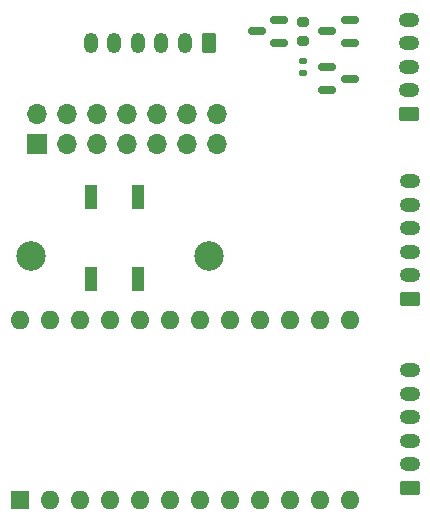
<source format=gbr>
%TF.GenerationSoftware,KiCad,Pcbnew,(6.0.9)*%
%TF.CreationDate,2023-01-21T18:50:51-09:00*%
%TF.ProjectId,CONTROLLER_Stick,434f4e54-524f-44c4-9c45-525f53746963,rev?*%
%TF.SameCoordinates,Original*%
%TF.FileFunction,Soldermask,Top*%
%TF.FilePolarity,Negative*%
%FSLAX46Y46*%
G04 Gerber Fmt 4.6, Leading zero omitted, Abs format (unit mm)*
G04 Created by KiCad (PCBNEW (6.0.9)) date 2023-01-21 18:50:51*
%MOMM*%
%LPD*%
G01*
G04 APERTURE LIST*
G04 Aperture macros list*
%AMRoundRect*
0 Rectangle with rounded corners*
0 $1 Rounding radius*
0 $2 $3 $4 $5 $6 $7 $8 $9 X,Y pos of 4 corners*
0 Add a 4 corners polygon primitive as box body*
4,1,4,$2,$3,$4,$5,$6,$7,$8,$9,$2,$3,0*
0 Add four circle primitives for the rounded corners*
1,1,$1+$1,$2,$3*
1,1,$1+$1,$4,$5*
1,1,$1+$1,$6,$7*
1,1,$1+$1,$8,$9*
0 Add four rect primitives between the rounded corners*
20,1,$1+$1,$2,$3,$4,$5,0*
20,1,$1+$1,$4,$5,$6,$7,0*
20,1,$1+$1,$6,$7,$8,$9,0*
20,1,$1+$1,$8,$9,$2,$3,0*%
G04 Aperture macros list end*
%ADD10RoundRect,0.200000X-0.275000X0.200000X-0.275000X-0.200000X0.275000X-0.200000X0.275000X0.200000X0*%
%ADD11RoundRect,0.150000X-0.587500X-0.150000X0.587500X-0.150000X0.587500X0.150000X-0.587500X0.150000X0*%
%ADD12RoundRect,0.150000X0.587500X0.150000X-0.587500X0.150000X-0.587500X-0.150000X0.587500X-0.150000X0*%
%ADD13RoundRect,0.135000X-0.185000X0.135000X-0.185000X-0.135000X0.185000X-0.135000X0.185000X0.135000X0*%
%ADD14RoundRect,0.250000X0.625000X-0.350000X0.625000X0.350000X-0.625000X0.350000X-0.625000X-0.350000X0*%
%ADD15O,1.750000X1.200000*%
%ADD16R,1.000000X2.000000*%
%ADD17R,1.600000X1.600000*%
%ADD18O,1.600000X1.600000*%
%ADD19RoundRect,0.250000X0.350000X0.625000X-0.350000X0.625000X-0.350000X-0.625000X0.350000X-0.625000X0*%
%ADD20O,1.200000X1.750000*%
%ADD21O,1.700000X1.700000*%
%ADD22R,1.700000X1.700000*%
%ADD23C,2.500000*%
G04 APERTURE END LIST*
D10*
%TO.C,R1*%
X26000000Y-2175000D03*
X26000000Y-3825000D03*
%TD*%
D11*
%TO.C,Q3*%
X28062500Y-6050000D03*
X28062500Y-7950000D03*
X29937500Y-7000000D03*
%TD*%
D12*
%TO.C,Q2*%
X29937500Y-3950000D03*
X29937500Y-2050000D03*
X28062500Y-3000000D03*
%TD*%
%TO.C,Q1*%
X23937500Y-3950000D03*
X23937500Y-2050000D03*
X22062500Y-3000000D03*
%TD*%
D13*
%TO.C,R2*%
X26000000Y-5490000D03*
X26000000Y-6510000D03*
%TD*%
D14*
%TO.C,J4*%
X35000000Y-10000000D03*
D15*
X35000000Y-8000000D03*
X35000000Y-6000000D03*
X35000000Y-4000000D03*
X35000000Y-2000000D03*
%TD*%
D14*
%TO.C,J2*%
X35024000Y-41670000D03*
D15*
X35024000Y-39670000D03*
X35024000Y-37670000D03*
X35024000Y-35670000D03*
X35024000Y-33670000D03*
X35024000Y-31670000D03*
%TD*%
D14*
%TO.C,J1*%
X35024000Y-25670000D03*
D15*
X35024000Y-23670000D03*
X35024000Y-21670000D03*
X35024000Y-19670000D03*
X35024000Y-17670000D03*
X35024000Y-15670000D03*
%TD*%
D16*
%TO.C,SW1*%
X8000000Y-24000000D03*
X8000000Y-17000000D03*
X12000000Y-24000000D03*
X12000000Y-17000000D03*
%TD*%
D17*
%TO.C,U1*%
X2004000Y-42688000D03*
D18*
X4544000Y-42688000D03*
X7084000Y-42688000D03*
X9624000Y-42688000D03*
X12164000Y-42688000D03*
X14704000Y-42688000D03*
X17244000Y-42688000D03*
X19784000Y-42688000D03*
X22324000Y-42688000D03*
X24864000Y-42688000D03*
X27404000Y-42688000D03*
X29944000Y-42688000D03*
X29944000Y-27448000D03*
X27404000Y-27448000D03*
X24864000Y-27448000D03*
X22324000Y-27448000D03*
X19784000Y-27448000D03*
X17244000Y-27448000D03*
X14704000Y-27448000D03*
X12164000Y-27448000D03*
X9624000Y-27448000D03*
X7084000Y-27448000D03*
X4544000Y-27448000D03*
X2004000Y-27448000D03*
%TD*%
D19*
%TO.C,J3*%
X18000000Y-4000000D03*
D20*
X16000000Y-4000000D03*
X14000000Y-4000000D03*
X12000000Y-4000000D03*
X10000000Y-4000000D03*
X8000000Y-4000000D03*
%TD*%
D21*
%TO.C,J5*%
X18740000Y-9960000D03*
X18740000Y-12500000D03*
X16200000Y-9960000D03*
X16200000Y-12500000D03*
X13660000Y-9960000D03*
X13660000Y-12500000D03*
X11120000Y-9960000D03*
X11120000Y-12500000D03*
X8580000Y-9960000D03*
X8580000Y-12500000D03*
X6040000Y-9960000D03*
X6040000Y-12500000D03*
X3500000Y-9960000D03*
D22*
X3500000Y-12500000D03*
%TD*%
D23*
%TO.C,H2*%
X18000000Y-22000000D03*
%TD*%
%TO.C,H1*%
X3000000Y-22000000D03*
%TD*%
M02*

</source>
